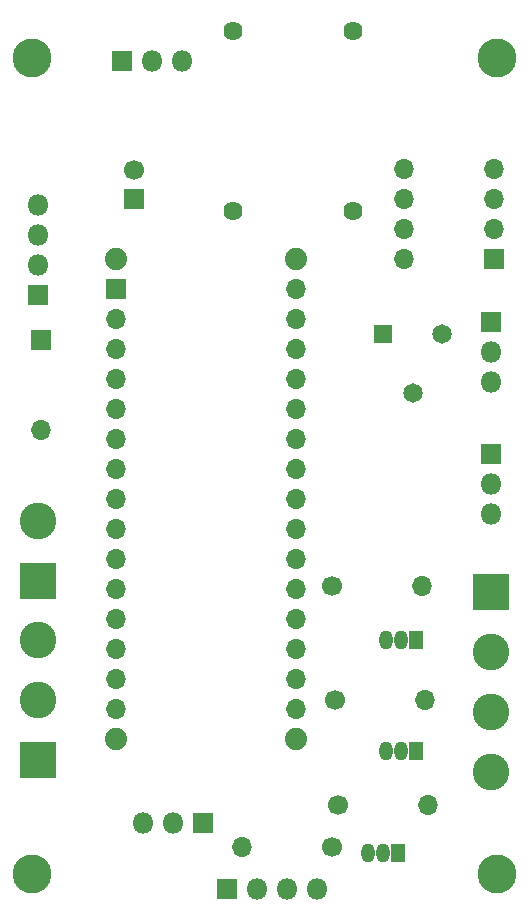
<source format=gbr>
%TF.GenerationSoftware,KiCad,Pcbnew,(5.1.6)-1*%
%TF.CreationDate,2020-10-15T10:14:48+02:00*%
%TF.ProjectId,ezSignal,657a5369-676e-4616-9c2e-6b696361645f,rev?*%
%TF.SameCoordinates,Original*%
%TF.FileFunction,Soldermask,Top*%
%TF.FilePolarity,Negative*%
%FSLAX46Y46*%
G04 Gerber Fmt 4.6, Leading zero omitted, Abs format (unit mm)*
G04 Created by KiCad (PCBNEW (5.1.6)-1) date 2020-10-15 10:14:48*
%MOMM*%
%LPD*%
G01*
G04 APERTURE LIST*
%ADD10C,1.624000*%
%ADD11C,1.700000*%
%ADD12O,1.700000X1.700000*%
%ADD13R,1.700000X1.700000*%
%ADD14C,1.880000*%
%ADD15R,1.800000X1.800000*%
%ADD16O,1.800000X1.800000*%
%ADD17C,3.100000*%
%ADD18R,3.100000X3.100000*%
%ADD19C,3.300000*%
%ADD20R,1.150000X1.600000*%
%ADD21O,1.150000X1.600000*%
%ADD22C,1.650000*%
%ADD23R,1.650000X1.650000*%
G04 APERTURE END LIST*
D10*
%TO.C,U1*%
X38608000Y-65024000D03*
X38608000Y-49784000D03*
X48768000Y-65024000D03*
X48768000Y-49784000D03*
%TD*%
D11*
%TO.C,R4*%
X46990000Y-118872000D03*
D12*
X39370000Y-118872000D03*
%TD*%
D11*
%TO.C,R3*%
X47244000Y-106426000D03*
D12*
X54864000Y-106426000D03*
%TD*%
D11*
%TO.C,R2*%
X46990000Y-96774000D03*
D12*
X54610000Y-96774000D03*
%TD*%
D11*
%TO.C,R1*%
X47498000Y-115316000D03*
D12*
X55118000Y-115316000D03*
%TD*%
%TO.C,D1*%
X22352000Y-83566000D03*
D13*
X22352000Y-75946000D03*
%TD*%
D11*
%TO.C,C1*%
X30226000Y-61508000D03*
D13*
X30226000Y-64008000D03*
%TD*%
D14*
%TO.C,A1*%
X28702000Y-109728000D03*
X43942000Y-109728000D03*
X43942000Y-69088000D03*
X28702000Y-69088000D03*
D12*
X43942000Y-107188000D03*
X28702000Y-107188000D03*
X43942000Y-71628000D03*
X28702000Y-104648000D03*
X43942000Y-74168000D03*
X28702000Y-102108000D03*
X43942000Y-76708000D03*
X28702000Y-99568000D03*
X43942000Y-79248000D03*
X28702000Y-97028000D03*
X43942000Y-81788000D03*
X28702000Y-94488000D03*
X43942000Y-84328000D03*
X28702000Y-91948000D03*
X43942000Y-86868000D03*
X28702000Y-89408000D03*
X43942000Y-89408000D03*
X28702000Y-86868000D03*
X43942000Y-91948000D03*
X28702000Y-84328000D03*
X43942000Y-94488000D03*
X28702000Y-81788000D03*
X43942000Y-97028000D03*
X28702000Y-79248000D03*
X43942000Y-99568000D03*
X28702000Y-76708000D03*
X43942000Y-102108000D03*
X28702000Y-74168000D03*
X43942000Y-104648000D03*
D13*
X28702000Y-71628000D03*
%TD*%
D15*
%TO.C,J4*%
X60452000Y-74422000D03*
D16*
X60452000Y-76962000D03*
X60452000Y-79502000D03*
%TD*%
D15*
%TO.C,J7*%
X29210000Y-52324000D03*
D16*
X31750000Y-52324000D03*
X34290000Y-52324000D03*
%TD*%
D17*
%TO.C,J2*%
X22098000Y-101346000D03*
X22098000Y-106426000D03*
D18*
X22098000Y-111506000D03*
%TD*%
%TO.C,J9*%
X22100000Y-96280000D03*
D17*
X22100000Y-91200000D03*
%TD*%
%TO.C,J1*%
X60452000Y-112522000D03*
D18*
X60452000Y-97282000D03*
D17*
X60452000Y-107442000D03*
X60452000Y-102362000D03*
%TD*%
D19*
%TO.C,REF\u002A\u002A*%
X60960000Y-52070000D03*
%TD*%
%TO.C,REF\u002A\u002A*%
X21590000Y-52070000D03*
%TD*%
%TO.C,REF\u002A\u002A*%
X21590000Y-121158000D03*
%TD*%
%TO.C,REF\u002A\u002A*%
X60960000Y-121158000D03*
%TD*%
D20*
%TO.C,Q1*%
X54102000Y-101346000D03*
D21*
X51562000Y-101346000D03*
X52832000Y-101346000D03*
%TD*%
D20*
%TO.C,Q2*%
X52578000Y-119380000D03*
D21*
X50038000Y-119380000D03*
X51308000Y-119380000D03*
%TD*%
%TO.C,Q3*%
X52832000Y-110744000D03*
X51562000Y-110744000D03*
D20*
X54102000Y-110744000D03*
%TD*%
D13*
%TO.C,SW1*%
X60706000Y-69088000D03*
D12*
X53086000Y-61468000D03*
X60706000Y-66548000D03*
X53086000Y-64008000D03*
X60706000Y-64008000D03*
X53086000Y-66548000D03*
X60706000Y-61468000D03*
X53086000Y-69088000D03*
%TD*%
D16*
%TO.C,J3*%
X22098000Y-64516000D03*
X22098000Y-67056000D03*
X22098000Y-69596000D03*
D15*
X22098000Y-72136000D03*
%TD*%
D16*
%TO.C,J5*%
X60452000Y-90678000D03*
X60452000Y-88138000D03*
D15*
X60452000Y-85598000D03*
%TD*%
%TO.C,J6*%
X38100000Y-122428000D03*
D16*
X40640000Y-122428000D03*
X43180000Y-122428000D03*
X45720000Y-122428000D03*
%TD*%
D22*
%TO.C,RV1*%
X53808000Y-80438000D03*
D23*
X51308000Y-75438000D03*
D22*
X56308000Y-75438000D03*
%TD*%
D15*
%TO.C,J10*%
X36068000Y-116840000D03*
D16*
X33528000Y-116840000D03*
X30988000Y-116840000D03*
%TD*%
M02*

</source>
